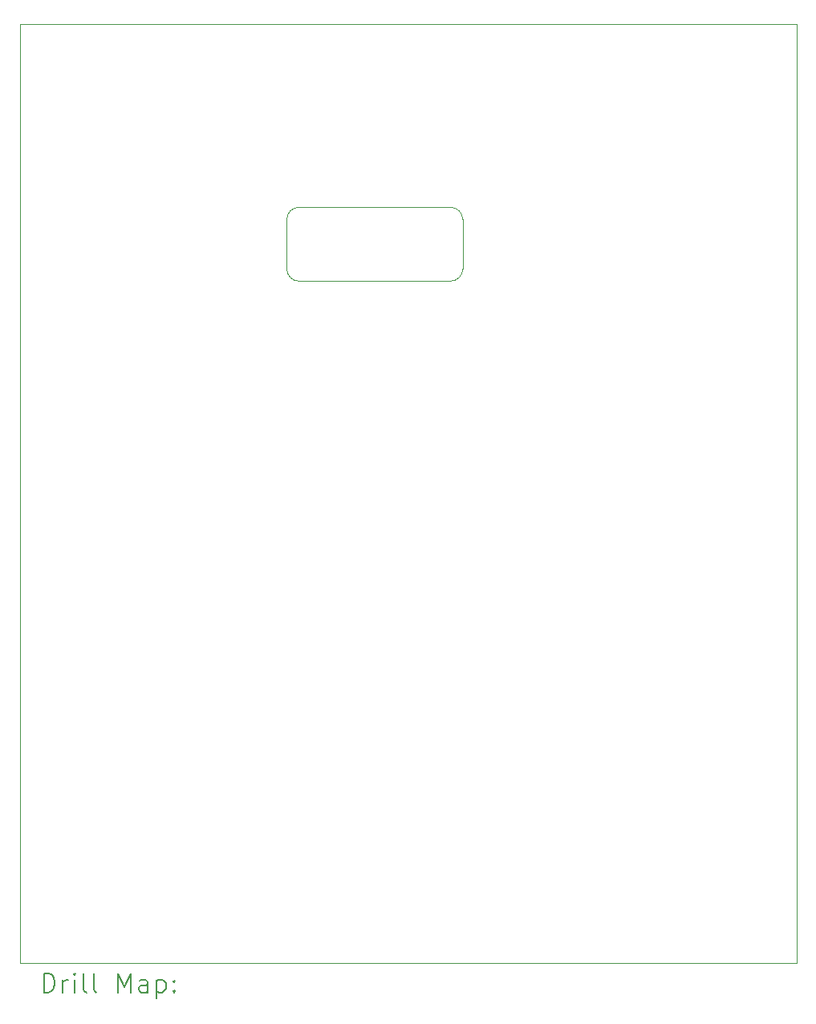
<source format=gbr>
%FSLAX45Y45*%
G04 Gerber Fmt 4.5, Leading zero omitted, Abs format (unit mm)*
G04 Created by KiCad (PCBNEW (6.0.4-0)) date 2022-05-09 11:39:19*
%MOMM*%
%LPD*%
G01*
G04 APERTURE LIST*
%TA.AperFunction,Profile*%
%ADD10C,0.050000*%
%TD*%
%ADD11C,0.200000*%
G04 APERTURE END LIST*
D10*
X19216000Y-4365000D02*
X11016000Y-4365000D01*
X13835000Y-6947000D02*
X13835000Y-6423000D01*
X11016000Y-14265000D02*
X19216000Y-14265000D01*
X13962000Y-6296000D02*
X15564000Y-6296000D01*
X19216000Y-4365000D02*
X19216000Y-14265000D01*
X13835000Y-6947000D02*
G75*
G03*
X13962000Y-7074000I127000J0D01*
G01*
X15691000Y-6423000D02*
G75*
G03*
X15564000Y-6296000I-127000J0D01*
G01*
X15564000Y-7074000D02*
X13962000Y-7074000D01*
X15564000Y-7074000D02*
G75*
G03*
X15691000Y-6947000I0J127000D01*
G01*
X15691000Y-6423000D02*
X15691000Y-6947000D01*
X11016000Y-4365000D02*
X11016000Y-14265000D01*
X13962000Y-6296000D02*
G75*
G03*
X13835000Y-6423000I0J-127000D01*
G01*
D11*
X11271119Y-14577976D02*
X11271119Y-14377976D01*
X11318738Y-14377976D01*
X11347309Y-14387500D01*
X11366357Y-14406548D01*
X11375881Y-14425595D01*
X11385405Y-14463690D01*
X11385405Y-14492262D01*
X11375881Y-14530357D01*
X11366357Y-14549405D01*
X11347309Y-14568452D01*
X11318738Y-14577976D01*
X11271119Y-14577976D01*
X11471119Y-14577976D02*
X11471119Y-14444643D01*
X11471119Y-14482738D02*
X11480643Y-14463690D01*
X11490167Y-14454167D01*
X11509214Y-14444643D01*
X11528262Y-14444643D01*
X11594928Y-14577976D02*
X11594928Y-14444643D01*
X11594928Y-14377976D02*
X11585405Y-14387500D01*
X11594928Y-14397024D01*
X11604452Y-14387500D01*
X11594928Y-14377976D01*
X11594928Y-14397024D01*
X11718738Y-14577976D02*
X11699690Y-14568452D01*
X11690167Y-14549405D01*
X11690167Y-14377976D01*
X11823500Y-14577976D02*
X11804452Y-14568452D01*
X11794928Y-14549405D01*
X11794928Y-14377976D01*
X12052071Y-14577976D02*
X12052071Y-14377976D01*
X12118738Y-14520833D01*
X12185405Y-14377976D01*
X12185405Y-14577976D01*
X12366357Y-14577976D02*
X12366357Y-14473214D01*
X12356833Y-14454167D01*
X12337786Y-14444643D01*
X12299690Y-14444643D01*
X12280643Y-14454167D01*
X12366357Y-14568452D02*
X12347309Y-14577976D01*
X12299690Y-14577976D01*
X12280643Y-14568452D01*
X12271119Y-14549405D01*
X12271119Y-14530357D01*
X12280643Y-14511309D01*
X12299690Y-14501786D01*
X12347309Y-14501786D01*
X12366357Y-14492262D01*
X12461595Y-14444643D02*
X12461595Y-14644643D01*
X12461595Y-14454167D02*
X12480643Y-14444643D01*
X12518738Y-14444643D01*
X12537786Y-14454167D01*
X12547309Y-14463690D01*
X12556833Y-14482738D01*
X12556833Y-14539881D01*
X12547309Y-14558928D01*
X12537786Y-14568452D01*
X12518738Y-14577976D01*
X12480643Y-14577976D01*
X12461595Y-14568452D01*
X12642548Y-14558928D02*
X12652071Y-14568452D01*
X12642548Y-14577976D01*
X12633024Y-14568452D01*
X12642548Y-14558928D01*
X12642548Y-14577976D01*
X12642548Y-14454167D02*
X12652071Y-14463690D01*
X12642548Y-14473214D01*
X12633024Y-14463690D01*
X12642548Y-14454167D01*
X12642548Y-14473214D01*
M02*

</source>
